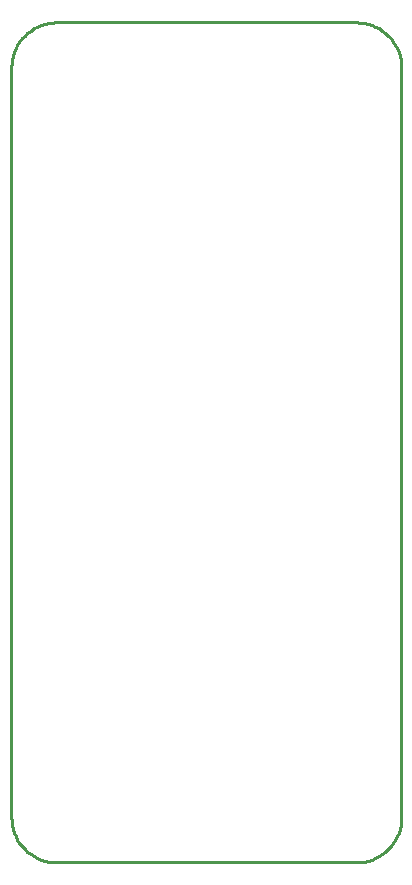
<source format=gbr>
G04 EAGLE Gerber RS-274X export*
G75*
%MOMM*%
%FSLAX34Y34*%
%LPD*%
%INGKO*%
%IPPOS*%
%AMOC8*
5,1,8,0,0,1.08239X$1,22.5*%
G01*
%ADD10C,0.254000*%


D10*
X-165100Y-317500D02*
X-164955Y-320821D01*
X-164521Y-324116D01*
X-163802Y-327361D01*
X-162802Y-330531D01*
X-161530Y-333602D01*
X-159996Y-336550D01*
X-158210Y-339353D01*
X-156186Y-341990D01*
X-153941Y-344441D01*
X-151490Y-346686D01*
X-148853Y-348710D01*
X-146050Y-350496D01*
X-143102Y-352030D01*
X-140031Y-353302D01*
X-136861Y-354302D01*
X-133616Y-355021D01*
X-130321Y-355455D01*
X-127000Y-355600D01*
X127000Y-355600D01*
X130321Y-355455D01*
X133616Y-355021D01*
X136861Y-354302D01*
X140031Y-353302D01*
X143102Y-352030D01*
X146050Y-350496D01*
X148853Y-348710D01*
X151490Y-346686D01*
X153941Y-344441D01*
X156186Y-341990D01*
X158210Y-339353D01*
X159996Y-336550D01*
X161530Y-333602D01*
X162802Y-330531D01*
X163802Y-327361D01*
X164521Y-324116D01*
X164955Y-320821D01*
X165100Y-317500D01*
X165100Y317500D01*
X164955Y320821D01*
X164521Y324116D01*
X163802Y327361D01*
X162802Y330531D01*
X161530Y333602D01*
X159996Y336550D01*
X158210Y339353D01*
X156186Y341990D01*
X153941Y344441D01*
X151490Y346686D01*
X148853Y348710D01*
X146050Y350496D01*
X143102Y352030D01*
X140031Y353302D01*
X136861Y354302D01*
X133616Y355021D01*
X130321Y355455D01*
X127000Y355600D01*
X-127000Y355600D01*
X-130321Y355455D01*
X-133616Y355021D01*
X-136861Y354302D01*
X-140031Y353302D01*
X-143102Y352030D01*
X-146050Y350496D01*
X-148853Y348710D01*
X-151490Y346686D01*
X-153941Y344441D01*
X-156186Y341990D01*
X-158210Y339353D01*
X-159996Y336550D01*
X-161530Y333602D01*
X-162802Y330531D01*
X-163802Y327361D01*
X-164521Y324116D01*
X-164955Y320821D01*
X-165100Y317500D01*
X-165100Y-317500D01*
M02*

</source>
